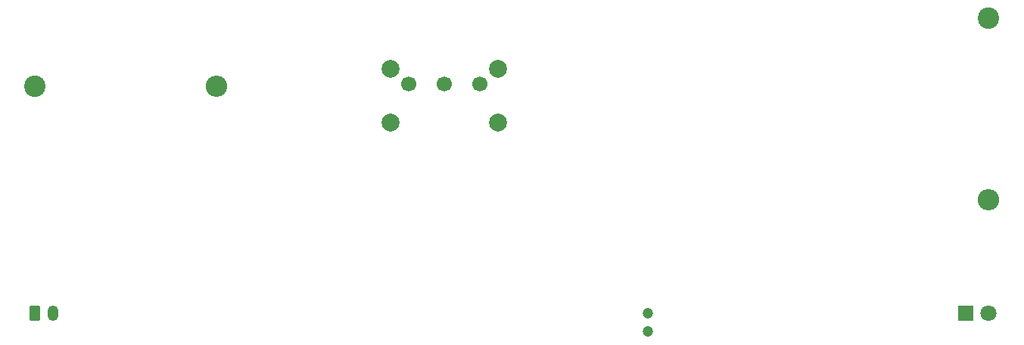
<source format=gbr>
%TF.GenerationSoftware,KiCad,Pcbnew,(6.0.10)*%
%TF.CreationDate,2023-02-17T09:13:03-08:00*%
%TF.ProjectId,exercise 1,65786572-6369-4736-9520-312e6b696361,rev?*%
%TF.SameCoordinates,Original*%
%TF.FileFunction,Soldermask,Top*%
%TF.FilePolarity,Negative*%
%FSLAX46Y46*%
G04 Gerber Fmt 4.6, Leading zero omitted, Abs format (unit mm)*
G04 Created by KiCad (PCBNEW (6.0.10)) date 2023-02-17 09:13:03*
%MOMM*%
%LPD*%
G01*
G04 APERTURE LIST*
G04 Aperture macros list*
%AMRoundRect*
0 Rectangle with rounded corners*
0 $1 Rounding radius*
0 $2 $3 $4 $5 $6 $7 $8 $9 X,Y pos of 4 corners*
0 Add a 4 corners polygon primitive as box body*
4,1,4,$2,$3,$4,$5,$6,$7,$8,$9,$2,$3,0*
0 Add four circle primitives for the rounded corners*
1,1,$1+$1,$2,$3*
1,1,$1+$1,$4,$5*
1,1,$1+$1,$6,$7*
1,1,$1+$1,$8,$9*
0 Add four rect primitives between the rounded corners*
20,1,$1+$1,$2,$3,$4,$5,0*
20,1,$1+$1,$4,$5,$6,$7,0*
20,1,$1+$1,$6,$7,$8,$9,0*
20,1,$1+$1,$8,$9,$2,$3,0*%
G04 Aperture macros list end*
%ADD10C,1.200000*%
%ADD11C,2.400000*%
%ADD12O,2.400000X2.400000*%
%ADD13C,2.000000*%
%ADD14C,1.700000*%
%ADD15R,1.800000X1.800000*%
%ADD16C,1.800000*%
%ADD17RoundRect,0.250000X-0.350000X-0.625000X0.350000X-0.625000X0.350000X0.625000X-0.350000X0.625000X0*%
%ADD18O,1.200000X1.750000*%
G04 APERTURE END LIST*
D10*
%TO.C,C1*%
X165100000Y-83820000D03*
X165100000Y-85820000D03*
%TD*%
D11*
%TO.C,R2*%
X96520000Y-58420000D03*
D12*
X116840000Y-58420000D03*
%TD*%
D13*
%TO.C,SW1*%
X148282500Y-56417500D03*
X136282500Y-62417500D03*
X148282500Y-62417500D03*
X136282500Y-56417500D03*
D14*
X138282500Y-58167500D03*
X142282500Y-58167500D03*
X146282500Y-58167500D03*
%TD*%
D15*
%TO.C,D1*%
X200660000Y-83820000D03*
D16*
X203200000Y-83820000D03*
%TD*%
D11*
%TO.C,R1*%
X203200000Y-50800000D03*
D12*
X203200000Y-71120000D03*
%TD*%
D17*
%TO.C,J1*%
X96520000Y-83820000D03*
D18*
X98520000Y-83820000D03*
%TD*%
M02*

</source>
